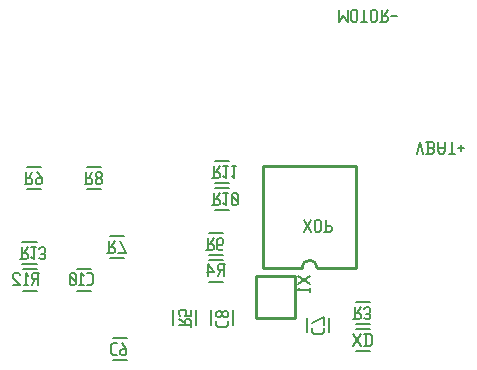
<source format=gbr>
G04 start of page 8 for group -4078 idx -4078 *
G04 Title: Motor regeling, bottomsilk *
G04 Creator: pcb 20110918 *
G04 CreationDate: Wed 01 Jan 2014 11:15:16 PM GMT UTC *
G04 For: thba *
G04 Format: Gerber/RS-274X *
G04 PCB-Dimensions: 197000 197000 *
G04 PCB-Coordinate-Origin: lower left *
%MOIN*%
%FSLAX25Y25*%
%LNBOTTOMSILK*%
%ADD72C,0.0100*%
%ADD71C,0.0080*%
G54D71*X119000Y114000D02*Y118000D01*
Y114000D02*X120500Y116000D01*
X122000Y114000D01*
Y118000D01*
X123200Y114500D02*Y117500D01*
Y114500D02*X123700Y114000D01*
X124700D01*
X125200Y114500D01*
Y117500D01*
X124700Y118000D02*X125200Y117500D01*
X123700Y118000D02*X124700D01*
X123200Y117500D02*X123700Y118000D01*
X126400Y114000D02*X128400D01*
X127400D02*Y118000D01*
X129600Y114500D02*Y117500D01*
Y114500D02*X130100Y114000D01*
X131100D01*
X131600Y114500D01*
Y117500D01*
X131100Y118000D02*X131600Y117500D01*
X130100Y118000D02*X131100D01*
X129600Y117500D02*X130100Y118000D01*
X132800Y114000D02*X134800D01*
X135300Y114500D01*
Y115500D01*
X134800Y116000D02*X135300Y115500D01*
X133300Y116000D02*X134800D01*
X133300Y114000D02*Y118000D01*
X134100Y116000D02*X135300Y118000D01*
X136500Y116000D02*X138500D01*
X145000Y70000D02*X146000Y74000D01*
X147000Y70000D01*
X148200Y74000D02*X150200D01*
X150700Y73500D01*
Y72300D02*Y73500D01*
X150200Y71800D02*X150700Y72300D01*
X148700Y71800D02*X150200D01*
X148700Y70000D02*Y74000D01*
X148200Y70000D02*X150200D01*
X150700Y70500D01*
Y71300D01*
X150200Y71800D02*X150700Y71300D01*
X151900Y71000D02*Y74000D01*
Y71000D02*X152600Y70000D01*
X153700D01*
X154400Y71000D01*
Y74000D01*
X151900Y72000D02*X154400D01*
X155600Y70000D02*X157600D01*
X156600D02*Y74000D01*
X158800Y72000D02*X160800D01*
X159800Y71000D02*Y73000D01*
G54D72*X104300Y29095D02*Y15195D01*
X91500D02*X104300D01*
X91500Y29095D02*Y15195D01*
Y29095D02*X104300D01*
G54D71*X124638Y13260D02*X129362D01*
X124638Y20740D02*X129362D01*
G54D72*X93750Y32000D02*Y66000D01*
X124750D01*
Y32000D01*
X93750D02*X106750D01*
X124750D02*X111750D01*
G75*G03X106750Y32000I-2500J0D01*G01*
G54D71*X124638Y4260D02*X129362D01*
X124638Y11740D02*X129362D01*
X115740Y15362D02*Y10638D01*
X108260Y15362D02*Y10638D01*
X71240Y17767D02*Y13043D01*
X63760Y17767D02*Y13043D01*
X83740Y17767D02*Y13043D01*
X76260Y17767D02*Y13043D01*
X13638Y31740D02*X18362D01*
X13638Y24260D02*X18362D01*
X31638Y31740D02*X36362D01*
X31638Y24260D02*X36362D01*
X43733Y1260D02*X48457D01*
X43733Y8740D02*X48457D01*
X77638Y60260D02*X82362D01*
X77638Y67740D02*X82362D01*
X42638Y35260D02*X47362D01*
X42638Y42740D02*X47362D01*
X15138Y58260D02*X19862D01*
X15138Y65740D02*X19862D01*
X35138Y58260D02*X39862D01*
X35138Y65740D02*X39862D01*
X75638Y36260D02*X80362D01*
X75638Y43740D02*X80362D01*
X13543Y33260D02*X18267D01*
X13543Y40740D02*X18267D01*
X75638Y34740D02*X80362D01*
X75638Y27260D02*X80362D01*
X77638Y51260D02*X82362D01*
X77638Y58740D02*X82362D01*
X109300Y29095D02*X105300Y26595D01*
Y29095D02*X109300Y26595D01*
X106100Y25395D02*X105300Y24595D01*
X109300D01*
Y23895D02*Y25395D01*
X123850Y14850D02*X125850D01*
X126350Y15350D01*
Y16350D01*
X125850Y16850D02*X126350Y16350D01*
X124350Y16850D02*X125850D01*
X124350Y14850D02*Y18850D01*
X125150Y16850D02*X126350Y18850D01*
X127550Y15350D02*X128050Y14850D01*
X129050D01*
X129550Y15350D01*
X129050Y18850D02*X129550Y18350D01*
X128050Y18850D02*X129050D01*
X127550Y18350D02*X128050Y18850D01*
Y16650D02*X129050D01*
X129550Y15350D02*Y16150D01*
Y17150D02*Y18350D01*
Y17150D02*X129050Y16650D01*
X129550Y16150D02*X129050Y16650D01*
X123850Y9850D02*X126350Y5850D01*
X123850D02*X126350Y9850D01*
X128050Y5850D02*Y9850D01*
X129350Y5850D02*X130050Y6550D01*
Y9150D01*
X129350Y9850D02*X130050Y9150D01*
X127550Y9850D02*X129350D01*
X127550Y5850D02*X129350D01*
X110150Y10550D02*Y11850D01*
X110850Y9850D02*X110150Y10550D01*
X110850Y9850D02*X113450D01*
X114150Y10550D01*
Y11850D01*
X110150Y13550D02*X114150Y15550D01*
Y13050D02*Y15550D01*
X107250Y48000D02*X109750Y44000D01*
X107250D02*X109750Y48000D01*
X110950Y44500D02*Y47500D01*
Y44500D02*X111450Y44000D01*
X112450D01*
X112950Y44500D01*
Y47500D01*
X112450Y48000D02*X112950Y47500D01*
X111450Y48000D02*X112450D01*
X110950Y47500D02*X111450Y48000D01*
X114650Y44000D02*Y48000D01*
X114150Y44000D02*X116150D01*
X116650Y44500D01*
Y45500D01*
X116150Y46000D02*X116650Y45500D01*
X114650Y46000D02*X116150D01*
X69650Y12255D02*Y14255D01*
X69150Y14755D01*
X68150D02*X69150D01*
X67650Y14255D02*X68150Y14755D01*
X67650Y12755D02*Y14255D01*
X65650Y12755D02*X69650D01*
X67650Y13555D02*X65650Y14755D01*
X69650Y15955D02*Y17955D01*
X67650Y15955D02*X69650D01*
X67650D02*X68150Y16455D01*
Y17455D01*
X67650Y17955D01*
X66150D02*X67650D01*
X65650Y17455D02*X66150Y17955D01*
X65650Y16455D02*Y17455D01*
X66150Y15955D02*X65650Y16455D01*
X78150Y12955D02*Y14255D01*
X78850Y12255D02*X78150Y12955D01*
X78850Y12255D02*X81450D01*
X82150Y12955D01*
Y14255D01*
X78650Y15455D02*X78150Y15955D01*
X78650Y15455D02*X79450D01*
X80150Y16155D01*
Y16755D01*
X79450Y17455D01*
X78650D02*X79450D01*
X78150Y16955D02*X78650Y17455D01*
X78150Y15955D02*Y16955D01*
X80850Y15455D02*X80150Y16155D01*
X80850Y15455D02*X81650D01*
X82150Y15955D01*
Y16955D01*
X81650Y17455D01*
X80850D02*X81650D01*
X80150Y16755D02*X80850Y17455D01*
X41850Y36850D02*X43850D01*
X44350Y37350D01*
Y38350D01*
X43850Y38850D02*X44350Y38350D01*
X42350Y38850D02*X43850D01*
X42350Y36850D02*Y40850D01*
X43150Y38850D02*X44350Y40850D01*
X46050D02*X48050Y36850D01*
X45550D02*X48050D01*
X79150Y33150D02*X81150D01*
X79150D02*X78650Y32650D01*
Y31650D02*Y32650D01*
X79150Y31150D02*X78650Y31650D01*
X79150Y31150D02*X80650D01*
Y29150D02*Y33150D01*
X79850Y31150D02*X78650Y29150D01*
X77450Y30650D02*X75450Y33150D01*
X74950Y30650D02*X77450D01*
X75450Y29150D02*Y33150D01*
X43645Y6850D02*X44945D01*
X42945Y6150D02*X43645Y6850D01*
X42945Y3550D02*Y6150D01*
Y3550D02*X43645Y2850D01*
X44945D01*
X46645Y6850D02*X48145Y4850D01*
Y3350D02*Y4850D01*
X47645Y2850D02*X48145Y3350D01*
X46645Y2850D02*X47645D01*
X46145Y3350D02*X46645Y2850D01*
X46145Y3350D02*Y4350D01*
X46645Y4850D01*
X48145D01*
X14350Y59850D02*X16350D01*
X16850Y60350D01*
Y61350D01*
X16350Y61850D02*X16850Y61350D01*
X14850Y61850D02*X16350D01*
X14850Y59850D02*Y63850D01*
X15650Y61850D02*X16850Y63850D01*
X18550D02*X20050Y61850D01*
Y60350D02*Y61850D01*
X19550Y59850D02*X20050Y60350D01*
X18550Y59850D02*X19550D01*
X18050Y60350D02*X18550Y59850D01*
X18050Y60350D02*Y61350D01*
X18550Y61850D01*
X20050D01*
X34350Y59850D02*X36350D01*
X36850Y60350D01*
Y61350D01*
X36350Y61850D02*X36850Y61350D01*
X34850Y61850D02*X36350D01*
X34850Y59850D02*Y63850D01*
X35650Y61850D02*X36850Y63850D01*
X38050Y63350D02*X38550Y63850D01*
X38050Y62550D02*Y63350D01*
Y62550D02*X38750Y61850D01*
X39350D01*
X40050Y62550D01*
Y63350D01*
X39550Y63850D02*X40050Y63350D01*
X38550Y63850D02*X39550D01*
X38050Y61150D02*X38750Y61850D01*
X38050Y60350D02*Y61150D01*
Y60350D02*X38550Y59850D01*
X39550D01*
X40050Y60350D01*
Y61150D01*
X39350Y61850D02*X40050Y61150D01*
X76850Y61850D02*X78850D01*
X79350Y62350D01*
Y63350D01*
X78850Y63850D02*X79350Y63350D01*
X77350Y63850D02*X78850D01*
X77350Y61850D02*Y65850D01*
X78150Y63850D02*X79350Y65850D01*
X80550Y62650D02*X81350Y61850D01*
Y65850D01*
X80550D02*X82050D01*
X83250Y62650D02*X84050Y61850D01*
Y65850D01*
X83250D02*X84750D01*
X17150Y30150D02*X19150D01*
X17150D02*X16650Y29650D01*
Y28650D02*Y29650D01*
X17150Y28150D02*X16650Y28650D01*
X17150Y28150D02*X18650D01*
Y26150D02*Y30150D01*
X17850Y28150D02*X16650Y26150D01*
X15450Y29350D02*X14650Y30150D01*
Y26150D02*Y30150D01*
X13950Y26150D02*X15450D01*
X12750Y29650D02*X12250Y30150D01*
X10750D02*X12250D01*
X10750D02*X10250Y29650D01*
Y28650D02*Y29650D01*
X12750Y26150D02*X10250Y28650D01*
Y26150D02*X12750D01*
X35150D02*X36450D01*
X37150Y26850D02*X36450Y26150D01*
X37150Y26850D02*Y29450D01*
X36450Y30150D01*
X35150D02*X36450D01*
X33950Y29350D02*X33150Y30150D01*
Y26150D02*Y30150D01*
X32450Y26150D02*X33950D01*
X31250Y26650D02*X30750Y26150D01*
X31250Y26650D02*Y29650D01*
X30750Y30150D01*
X29750D02*X30750D01*
X29750D02*X29250Y29650D01*
Y26650D02*Y29650D01*
X29750Y26150D02*X29250Y26650D01*
X29750Y26150D02*X30750D01*
X31250Y27150D02*X29250Y29150D01*
X12755Y34850D02*X14755D01*
X15255Y35350D01*
Y36350D01*
X14755Y36850D02*X15255Y36350D01*
X13255Y36850D02*X14755D01*
X13255Y34850D02*Y38850D01*
X14055Y36850D02*X15255Y38850D01*
X16455Y35650D02*X17255Y34850D01*
Y38850D01*
X16455D02*X17955D01*
X19155Y35350D02*X19655Y34850D01*
X20655D01*
X21155Y35350D01*
X20655Y38850D02*X21155Y38350D01*
X19655Y38850D02*X20655D01*
X19155Y38350D02*X19655Y38850D01*
Y36650D02*X20655D01*
X21155Y35350D02*Y36150D01*
Y37150D02*Y38350D01*
Y37150D02*X20655Y36650D01*
X21155Y36150D02*X20655Y36650D01*
X74850Y37850D02*X76850D01*
X77350Y38350D01*
Y39350D01*
X76850Y39850D02*X77350Y39350D01*
X75350Y39850D02*X76850D01*
X75350Y37850D02*Y41850D01*
X76150Y39850D02*X77350Y41850D01*
X80050Y37850D02*X80550Y38350D01*
X79050Y37850D02*X80050D01*
X78550Y38350D02*X79050Y37850D01*
X78550Y38350D02*Y41350D01*
X79050Y41850D01*
X80050Y39650D02*X80550Y40150D01*
X78550Y39650D02*X80050D01*
X79050Y41850D02*X80050D01*
X80550Y41350D01*
Y40150D02*Y41350D01*
X76850Y52850D02*X78850D01*
X79350Y53350D01*
Y54350D01*
X78850Y54850D02*X79350Y54350D01*
X77350Y54850D02*X78850D01*
X77350Y52850D02*Y56850D01*
X78150Y54850D02*X79350Y56850D01*
X80550Y53650D02*X81350Y52850D01*
Y56850D01*
X80550D02*X82050D01*
X83250Y56350D02*X83750Y56850D01*
X83250Y53350D02*Y56350D01*
Y53350D02*X83750Y52850D01*
X84750D01*
X85250Y53350D01*
Y56350D01*
X84750Y56850D02*X85250Y56350D01*
X83750Y56850D02*X84750D01*
X83250Y55850D02*X85250Y53850D01*
M02*

</source>
